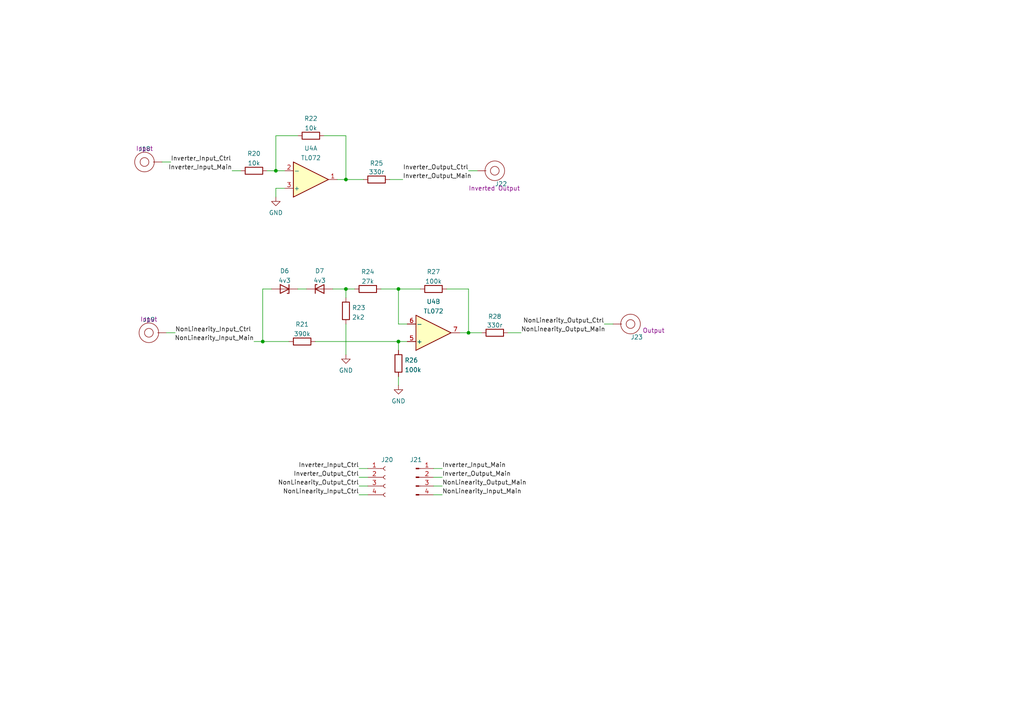
<source format=kicad_sch>
(kicad_sch (version 20211123) (generator eeschema)
  (paper "A4")
  (title_block (title "Variable Integrator and extras") (date "2022-07-25") (rev "r02") (comment 2 "creativecommons.org/Licenses/by/4.0/") (comment 3 "License: CC BY 4.0") (comment 4 "Author: Guy John"))
  (lib_symbols
    (symbol "Amplifier_Operational:TL072" (pin_names (offset 0.127))
      (property "Reference" "U" (at 0 5.08 0))
      (property "Value" "TL072" (at 0 -5.08 0))
      (symbol "TL072_1_1"
        (polyline (pts (xy -5.08 5.08) (xy 5.08 0) (xy -5.08 -5.08) (xy -5.08 5.08)) (stroke (width 0.254)) (fill (type background)))
        (pin output line (at 7.62 0 180) (length 2.54) (name "~") (number "1"))
        (pin input line (at -7.62 -2.54 0) (length 2.54) (name "-") (number "2"))
        (pin input line (at -7.62 2.54 0) (length 2.54) (name "+") (number "3"))
      )
      (symbol "TL072_2_1"
        (polyline (pts (xy -5.08 5.08) (xy 5.08 0) (xy -5.08 -5.08) (xy -5.08 5.08)) (stroke (width 0.254)) (fill (type background)))
        (pin input line (at -7.62 2.54 0) (length 2.54) (name "+") (number "5"))
        (pin input line (at -7.62 -2.54 0) (length 2.54) (name "-") (number "6"))
        (pin output line (at 7.62 0 180) (length 2.54) (name "~") (number "7"))
      )
      (symbol "TL072_3_1"
        (pin power_in line (at -2.54 -7.62 90) (length 3.81) (name "V-") (number "4"))
        (pin power_in line (at -2.54 7.62 270) (length 3.81) (name "V+") (number "8"))
      )
    )
    (symbol "BananaJacks:Banana Socket PanelMount" (pin_numbers hide) (pin_names (offset 1.016) hide)
      (property "Reference" "J" (at 0 3.81 0))
      (symbol "Banana Socket PanelMount_0_1"
        (circle (center 0 0) (radius 1.27))
        (circle (center 0 0) (radius 2.8448))
      )
      (symbol "Banana Socket PanelMount_1_1"
        (pin bidirectional line (at 5.08 0 180) (length 2.54) (name "~") (number "1"))
      )
    )
    (symbol "Connector:Conn_01x04_Female" (pin_names (offset 1.016) hide)
      (property "Reference" "J" (at 0 5.08 0))
      (property "Value" "Conn_01x04_Female" (at 0 -7.62 0))
      (symbol "Conn_01x04_Female_1_1"
        (arc (start 0 -4.572) (mid -0.508 -5.08) (end 0 -5.588) (stroke (width 0.1524)))
        (arc (start 0 -2.032) (mid -0.508 -2.54) (end 0 -3.048) (stroke (width 0.1524)))
        (polyline (pts (xy -1.27 -5.08) (xy -0.508 -5.08)) (stroke (width 0.1524)))
        (polyline (pts (xy -1.27 -2.54) (xy -0.508 -2.54)) (stroke (width 0.1524)))
        (polyline (pts (xy -1.27 0) (xy -0.508 0)) (stroke (width 0.1524)))
        (polyline (pts (xy -1.27 2.54) (xy -0.508 2.54)) (stroke (width 0.1524)))
        (arc (start 0 0.508) (mid -0.508 0) (end 0 -0.508) (stroke (width 0.1524)))
        (arc (start 0 3.048) (mid -0.508 2.54) (end 0 2.032) (stroke (width 0.1524)))
        (pin passive line (at -5.08 2.54 0) (length 3.81) (name "Pin_1") (number "1"))
        (pin passive line (at -5.08 0 0) (length 3.81) (name "Pin_2") (number "2"))
        (pin passive line (at -5.08 -2.54 0) (length 3.81) (name "Pin_3") (number "3"))
        (pin passive line (at -5.08 -5.08 0) (length 3.81) (name "Pin_4") (number "4"))
      )
    )
    (symbol "Connector:Conn_01x04_Male" (pin_names (offset 1.016) hide)
      (property "Reference" "J" (at 0 5.08 0))
      (property "Value" "Conn_01x04_Male" (at 0 -7.62 0))
      (symbol "Conn_01x04_Male_1_1"
        (polyline (pts (xy 1.27 -5.08) (xy 0.8636 -5.08)) (stroke (width 0.1524)))
        (polyline (pts (xy 1.27 -2.54) (xy 0.8636 -2.54)) (stroke (width 0.1524)))
        (polyline (pts (xy 1.27 0) (xy 0.8636 0)) (stroke (width 0.1524)))
        (polyline (pts (xy 1.27 2.54) (xy 0.8636 2.54)) (stroke (width 0.1524)))
        (rectangle (start 0.8636 -4.953) (end 0 -5.207) (stroke (width 0.1524)) (fill (type outline)))
        (rectangle (start 0.8636 -2.413) (end 0 -2.667) (stroke (width 0.1524)) (fill (type outline)))
        (rectangle (start 0.8636 0.127) (end 0 -0.127) (stroke (width 0.1524)) (fill (type outline)))
        (rectangle (start 0.8636 2.667) (end 0 2.413) (stroke (width 0.1524)) (fill (type outline)))
        (pin passive line (at 5.08 2.54 180) (length 3.81) (name "Pin_1") (number "1"))
        (pin passive line (at 5.08 0 180) (length 3.81) (name "Pin_2") (number "2"))
        (pin passive line (at 5.08 -2.54 180) (length 3.81) (name "Pin_3") (number "3"))
        (pin passive line (at 5.08 -5.08 180) (length 3.81) (name "Pin_4") (number "4"))
      )
    )
    (symbol "Device:D_Zener" (pin_numbers hide) (pin_names (offset 1.016) hide)
      (property "Reference" "D" (at 0 2.54 0))
      (property "Value" "D_Zener" (at 0 -2.54 0))
      (symbol "D_Zener_0_1"
        (polyline (pts (xy 1.27 0) (xy -1.27 0)))
        (polyline (pts (xy -1.27 -1.27) (xy -1.27 1.27) (xy -0.762 1.27)) (stroke (width 0.254)))
        (polyline (pts (xy 1.27 -1.27) (xy 1.27 1.27) (xy -1.27 0) (xy 1.27 -1.27)) (stroke (width 0.254)))
      )
      (symbol "D_Zener_1_1"
        (pin passive line (at -3.81 0 0) (length 2.54) (name "K") (number "1"))
        (pin passive line (at 3.81 0 180) (length 2.54) (name "A") (number "2"))
      )
    )
    (symbol "R_1" (pin_numbers hide) (pin_names (offset 0))
      (property "Reference" "R?" (at 0 0 90))
      (property "Value" "R_1" (at 0.635 1.905 90))
      (symbol "R_1_0_1"
        (rectangle (start 1.016 2.54) (end -1.016 -2.54) (stroke (width 0.254)))
      )
      (symbol "R_1_1_1"
        (pin passive line (at 0 -3.81 90) (length 1.27) (name "~") (number "1"))
        (pin passive line (at 0 3.81 270) (length 1.27) (name "~") (number "2"))
      )
    )
    (symbol "R_2" (pin_numbers hide) (pin_names (offset 0))
      (property "Reference" "R?" (at 0 0 90))
      (property "Value" "R_2" (at 0.635 1.905 90))
      (symbol "R_2_0_1"
        (rectangle (start 1.016 2.54) (end -1.016 -2.54) (stroke (width 0.254)))
      )
      (symbol "R_2_1_1"
        (pin passive line (at 0 -3.81 90) (length 1.27) (name "~") (number "1"))
        (pin passive line (at 0 3.81 270) (length 1.27) (name "~") (number "2"))
      )
    )
    (symbol "R_3" (pin_numbers hide) (pin_names (offset 0))
      (property "Reference" "R?" (at 0 0 90))
      (property "Value" "R_3" (at 0.635 1.905 90))
      (symbol "R_3_0_1"
        (rectangle (start 1.016 2.54) (end -1.016 -2.54) (stroke (width 0.254)))
      )
      (symbol "R_3_1_1"
        (pin passive line (at 0 -3.81 90) (length 1.27) (name "~") (number "1"))
        (pin passive line (at 0 3.81 270) (length 1.27) (name "~") (number "2"))
      )
    )
    (symbol "R_4" (pin_numbers hide) (pin_names (offset 0))
      (property "Reference" "R?" (at 0 0 90))
      (property "Value" "R_4" (at 0.635 1.905 90))
      (symbol "R_4_0_1"
        (rectangle (start 1.016 2.54) (end -1.016 -2.54) (stroke (width 0.254)))
      )
      (symbol "R_4_1_1"
        (pin passive line (at 0 -3.81 90) (length 1.27) (name "~") (number "1"))
        (pin passive line (at 0 3.81 270) (length 1.27) (name "~") (number "2"))
      )
    )
    (symbol "R_8" (pin_numbers hide) (pin_names (offset 0))
      (property "Reference" "R?" (at 0 0 90))
      (property "Value" "R_8" (at 0.635 1.905 90))
      (symbol "R_8_0_1"
        (rectangle (start 1.016 2.54) (end -1.016 -2.54) (stroke (width 0.254)))
      )
      (symbol "R_8_1_1"
        (pin passive line (at 0 -3.81 90) (length 1.27) (name "~") (number "1"))
        (pin passive line (at 0 3.81 270) (length 1.27) (name "~") (number "2"))
      )
    )
    (symbol "power:GND" (power) (pin_names (offset 0))
      (property "Value" "GND" (at 0 -3.81 0))
      (symbol "GND_0_1"
        (polyline (pts (xy 0 0) (xy 0 -1.27) (xy 1.27 -1.27) (xy 0 -2.54) (xy -1.27 -1.27) (xy 0 -1.27)))
      )
      (symbol "GND_1_1"
        (pin power_in line (at 0 0 270) (length 0) hide (name "GND") (number "1"))
      )
    )
    (symbol "rumblesan-standard-parts:R" (pin_numbers hide) (pin_names (offset 0))
      (property "Reference" "R?" (at 0 0 90))
      (property "Value" "R" (at 0.635 1.905 90))
      (symbol "R_0_1"
        (rectangle (start 1.016 2.54) (end -1.016 -2.54) (stroke (width 0.254)))
      )
      (symbol "R_1_1"
        (pin passive line (at 0 -3.81 90) (length 1.27) (name "~") (number "1"))
        (pin passive line (at 0 3.81 270) (length 1.27) (name "~") (number "2"))
      )
    )
  )
  (junction (at 80.01 49.53))
  (junction (at 115.57 99.06))
  (junction (at 100.33 83.82))
  (junction (at 100.33 52.07))
  (junction (at 135.89 96.52))
  (junction (at 115.57 83.82))
  (junction (at 76.2 99.06))
  (wire (pts (xy 115.57 83.82) (xy 121.92 83.82)))
  (wire (pts (xy 115.57 93.98) (xy 115.57 83.82)))
  (wire (pts (xy 125.73 140.97) (xy 128.27 140.97)))
  (wire (pts (xy 100.33 39.37) (xy 100.33 52.07)))
  (wire (pts (xy 48.26 96.52) (xy 50.8 96.52)))
  (wire (pts (xy 97.79 52.07) (xy 100.33 52.07)))
  (wire (pts (xy 100.33 52.07) (xy 105.41 52.07)))
  (wire (pts (xy 135.89 83.82) (xy 135.89 96.52)))
  (wire (pts (xy 113.03 52.07) (xy 116.84 52.07)))
  (wire (pts (xy 76.2 99.06) (xy 83.82 99.06)))
  (wire (pts (xy 104.14 140.97) (xy 106.68 140.97)))
  (wire (pts (xy 125.73 138.43) (xy 128.27 138.43)))
  (wire (pts (xy 93.98 39.37) (xy 100.33 39.37)))
  (wire (pts (xy 96.52 83.82) (xy 100.33 83.82)))
  (wire (pts (xy 104.14 143.51) (xy 106.68 143.51)))
  (wire (pts (xy 175.26 93.98) (xy 177.8 93.98)))
  (wire (pts (xy 80.01 49.53) (xy 82.55 49.53)))
  (wire (pts (xy 78.74 83.82) (xy 76.2 83.82)))
  (wire (pts (xy 110.49 83.82) (xy 115.57 83.82)))
  (wire (pts (xy 80.01 54.61) (xy 80.01 57.15)))
  (wire (pts (xy 104.14 135.89) (xy 106.68 135.89)))
  (wire (pts (xy 46.99 46.99) (xy 49.53 46.99)))
  (wire (pts (xy 129.54 83.82) (xy 135.89 83.82)))
  (wire (pts (xy 80.01 39.37) (xy 80.01 49.53)))
  (wire (pts (xy 135.89 49.53) (xy 138.43 49.53)))
  (wire (pts (xy 125.73 143.51) (xy 128.27 143.51)))
  (wire (pts (xy 86.36 83.82) (xy 88.9 83.82)))
  (wire (pts (xy 86.36 39.37) (xy 80.01 39.37)))
  (wire (pts (xy 125.73 135.89) (xy 128.27 135.89)))
  (wire (pts (xy 100.33 86.36) (xy 100.33 83.82)))
  (wire (pts (xy 82.55 54.61) (xy 80.01 54.61)))
  (wire (pts (xy 77.47 49.53) (xy 80.01 49.53)))
  (wire (pts (xy 115.57 101.6) (xy 115.57 99.06)))
  (wire (pts (xy 135.89 96.52) (xy 139.7 96.52)))
  (wire (pts (xy 135.89 96.52) (xy 133.35 96.52)))
  (wire (pts (xy 115.57 93.98) (xy 118.11 93.98)))
  (wire (pts (xy 73.66 99.06) (xy 76.2 99.06)))
  (wire (pts (xy 147.32 96.52) (xy 151.13 96.52)))
  (wire (pts (xy 115.57 109.22) (xy 115.57 111.76)))
  (wire (pts (xy 104.14 138.43) (xy 106.68 138.43)))
  (wire (pts (xy 100.33 93.98) (xy 100.33 102.87)))
  (wire (pts (xy 100.33 83.82) (xy 102.87 83.82)))
  (wire (pts (xy 115.57 99.06) (xy 118.11 99.06)))
  (wire (pts (xy 91.44 99.06) (xy 115.57 99.06)))
  (wire (pts (xy 76.2 83.82) (xy 76.2 99.06)))
  (wire (pts (xy 67.31 49.53) (xy 69.85 49.53)))
  (label "Inverter_Input_Main" (at 128.27 135.89 0))
  (label "NonLinearity_Input_Ctrl" (at 50.8 96.52 0))
  (label "Inverter_Output_Main" (at 128.27 138.43 0))
  (label "Inverter_Input_Ctrl" (at 104.14 135.89 180))
  (label "Inverter_Output_Ctrl" (at 135.89 49.53 180))
  (label "Inverter_Input_Main" (at 67.31 49.53 180))
  (label "NonLinearity_Input_Main" (at 73.66 99.06 180))
  (label "NonLinearity_Output_Ctrl" (at 104.14 140.97 180))
  (label "NonLinearity_Output_Ctrl" (at 175.26 93.98 180))
  (label "NonLinearity_Output_Main" (at 128.27 140.97 0))
  (label "Inverter_Input_Ctrl" (at 49.53 46.99 0))
  (label "NonLinearity_Output_Main" (at 151.13 96.52 0))
  (label "NonLinearity_Input_Ctrl" (at 104.14 143.51 180))
  (label "NonLinearity_Input_Main" (at 128.27 143.51 0))
  (label "Inverter_Output_Ctrl" (at 104.14 138.43 180))
  (label "Inverter_Output_Main" (at 116.84 52.07 0))
  (symbol (lib_id "BananaJacks:Banana Socket PanelMount") (at 41.91 46.99 0) (unit 1)
    (property "Reference" "J18" (at 41.91 43.18 0))
    (property "Value" "Banana Socket PanelMount" (effects hide))
    (property "Footprint" "rumblesan-standard-parts:BananaJack_THT_JohnsonCinch_108-09" (effects hide))
    (property "Vendor" "Mouser" (effects hide))
    (property "SKU" "108-0901-1" (effects hide))
    (property "Note" "Input" (at 41.91 43.0808 0))
  )
  (symbol (lib_id "rumblesan-standard-parts:R") (at 100.33 90.17 0) (unit 1)
    (property "Reference" "R23" (at 102.108 89.2615 0) (effects (justify left)))
    (property "Value" "2k2" (at 102.108 92.0366 0) (effects (justify left)))
    (property "Footprint" "rumblesan-standard-parts:R_Axial_DIN0207_L6.3mm_D2.5mm_P10.16mm_Horizontal" (effects hide))
    (property "Tolerance" "1%" (effects hide))
    (property "Power" "0.5W" (effects hide))
    (property "Spec" "metal film" (effects hide))
  )
  (symbol (lib_id "BananaJacks:Banana Socket PanelMount") (at 43.18 96.52 0) (unit 1)
    (property "Reference" "J19" (at 43.18 92.71 0))
    (property "Value" "Banana Socket PanelMount" (effects hide))
    (property "Footprint" "rumblesan-standard-parts:BananaJack_THT_JohnsonCinch_108-09" (effects hide))
    (property "Vendor" "Mouser" (effects hide))
    (property "SKU" "108-0901-1" (effects hide))
    (property "Note" "Input" (at 43.18 92.6108 0))
  )
  (symbol (lib_name "R_4") (lib_id "rumblesan-standard-parts:R") (at 73.66 49.53 90) (unit 1)
    (property "Reference" "R20" (at 73.66 44.5475 90))
    (property "Value" "10k" (at 73.66 47.3226 90))
    (property "Footprint" "rumblesan-standard-parts:R_Axial_DIN0207_L6.3mm_D2.5mm_P10.16mm_Horizontal" (effects hide))
    (property "Tolerance" "1%" (effects hide))
    (property "Power" "0.5W" (effects hide))
    (property "Spec" "metal film" (effects hide))
  )
  (symbol (lib_id "Device:D_Zener") (at 92.71 83.82 0) (unit 1)
    (property "Reference" "D7" (at 92.71 78.5835 0))
    (property "Value" "4v3" (at 92.71 81.3586 0))
    (property "Footprint" "rumblesan-standard-parts:D_DO-35_SOD27_P7.62mm_Horizontal" (effects hide))
  )
  (symbol (lib_id "power:GND") (at 80.01 57.15 0) (unit 1)
    (property "Reference" "#PWR034" (effects hide))
    (property "Value" "GND" (at 80.01 61.7125 0))
  )
  (symbol (lib_name "R_8") (lib_id "rumblesan-standard-parts:R") (at 109.22 52.07 90) (unit 1)
    (property "Reference" "R25" (at 109.22 47.3542 90))
    (property "Value" "330r" (at 109.22 49.8911 90))
    (property "Footprint" "rumblesan-standard-parts:R_Axial_DIN0207_L6.3mm_D2.5mm_P10.16mm_Horizontal" (effects hide))
    (property "Tolerance" "1%" (effects hide))
    (property "Power" "0.5W" (effects hide))
    (property "Spec" "metal film" (effects hide))
  )
  (symbol (lib_id "power:GND") (at 100.33 102.87 0) (unit 1)
    (property "Reference" "#PWR035" (effects hide))
    (property "Value" "GND" (at 100.33 107.4325 0))
  )
  (symbol (lib_id "Connector:Conn_01x04_Female") (at 111.76 138.43 0) (unit 1)
    (property "Reference" "J20" (at 110.49 133.35 0) (effects (justify left)))
    (property "Value" "Conn_01x04_Female" (effects hide))
    (property "Footprint" "Connector_PinSocket_2.54mm:PinSocket_1x04_P2.54mm_Vertical" (effects hide))
  )
  (symbol (lib_name "R_3") (lib_id "rumblesan-standard-parts:R") (at 106.68 83.82 90) (unit 1)
    (property "Reference" "R24" (at 106.68 78.8375 90))
    (property "Value" "27k" (at 106.68 81.6126 90))
    (property "Footprint" "rumblesan-standard-parts:R_Axial_DIN0207_L6.3mm_D2.5mm_P10.16mm_Horizontal" (effects hide))
    (property "Tolerance" "1%" (effects hide))
    (property "Power" "0.5W" (effects hide))
    (property "Spec" "metal film" (effects hide))
  )
  (symbol (lib_id "BananaJacks:Banana Socket PanelMount") (at 182.88 93.98 180) (unit 1)
    (property "Reference" "J23" (at 182.88 97.79 0) (effects (justify right)))
    (property "Value" "Banana Socket PanelMount" (effects hide))
    (property "Footprint" "rumblesan-standard-parts:BananaJack_THT_JohnsonCinch_108-09" (effects hide))
    (property "Vendor" "Mouser" (effects hide))
    (property "SKU" "108-0901-1" (effects hide))
    (property "Note" "Output" (at 186.3598 95.8466 0) (effects (justify right)))
  )
  (symbol (lib_id "Amplifier_Operational:TL072") (at 90.17 52.07 0) (mirror x) (unit 1)
    (property "Reference" "U4" (at 90.17 43.0235 0))
    (property "Value" "TL072" (at 90.17 45.7986 0))
    (property "Footprint" "rumblesan-standard-parts:DIP-8_W7.62mm_Socket" (effects hide))
    (property "Datasheet" "http://www.ti.com/lit/ds/symlink/tl071.pdf" (effects hide))
  )
  (symbol (lib_id "BananaJacks:Banana Socket PanelMount") (at 143.51 49.53 180) (unit 1)
    (property "Reference" "J22" (at 143.51 53.34 0) (effects (justify right)))
    (property "Value" "Banana Socket PanelMount" (effects hide))
    (property "Footprint" "rumblesan-standard-parts:BananaJack_THT_JohnsonCinch_108-09" (effects hide))
    (property "Vendor" "Mouser" (effects hide))
    (property "SKU" "108-0901-1" (effects hide))
    (property "Note" "Inverted Output" (at 135.89 54.61 0) (effects (justify right)))
  )
  (symbol (lib_id "Amplifier_Operational:TL072") (at 125.73 96.52 0) (mirror x) (unit 2)
    (property "Reference" "U4" (at 125.73 87.4735 0))
    (property "Value" "TL072" (at 125.73 90.2486 0))
    (property "Footprint" "rumblesan-standard-parts:DIP-8_W7.62mm_Socket" (effects hide))
    (property "Datasheet" "http://www.ti.com/lit/ds/symlink/tl071.pdf" (effects hide))
  )
  (symbol (lib_id "rumblesan-standard-parts:R") (at 87.63 99.06 270) (unit 1)
    (property "Reference" "R21" (at 87.63 94.0775 90))
    (property "Value" "390k" (at 87.63 96.8526 90))
    (property "Footprint" "rumblesan-standard-parts:R_Axial_DIN0207_L6.3mm_D2.5mm_P10.16mm_Horizontal" (effects hide))
    (property "Tolerance" "1%" (effects hide))
    (property "Power" "0.5W" (effects hide))
    (property "Spec" "metal film" (effects hide))
  )
  (symbol (lib_id "rumblesan-standard-parts:R") (at 143.51 96.52 90) (unit 1)
    (property "Reference" "R28" (at 143.51 91.8042 90))
    (property "Value" "330r" (at 143.51 94.3411 90))
    (property "Footprint" "rumblesan-standard-parts:R_Axial_DIN0207_L6.3mm_D2.5mm_P10.16mm_Horizontal" (effects hide))
    (property "Tolerance" "1%" (effects hide))
    (property "Power" "0.5W" (effects hide))
    (property "Spec" "metal film" (effects hide))
  )
  (symbol (lib_id "Connector:Conn_01x04_Male") (at 120.65 138.43 0) (unit 1)
    (property "Reference" "J21" (at 120.65 133.35 0))
    (property "Value" "Conn_01x04_Male" (effects hide))
    (property "Footprint" "Connector_PinHeader_2.54mm:PinHeader_1x04_P2.54mm_Vertical" (effects hide))
  )
  (symbol (lib_id "Device:D_Zener") (at 82.55 83.82 180) (unit 1)
    (property "Reference" "D6" (at 82.55 78.5835 0))
    (property "Value" "4v3" (at 82.55 81.3586 0))
    (property "Footprint" "rumblesan-standard-parts:D_DO-35_SOD27_P7.62mm_Horizontal" (effects hide))
  )
  (symbol (lib_name "R_1") (lib_id "rumblesan-standard-parts:R") (at 90.17 39.37 90) (unit 1)
    (property "Reference" "R22" (at 90.17 34.3875 90))
    (property "Value" "10k" (at 90.17 37.1626 90))
    (property "Footprint" "rumblesan-standard-parts:R_Axial_DIN0207_L6.3mm_D2.5mm_P10.16mm_Horizontal" (effects hide))
    (property "Tolerance" "1%" (effects hide))
    (property "Power" "0.5W" (effects hide))
    (property "Spec" "metal film" (effects hide))
  )
  (symbol (lib_id "power:GND") (at 115.57 111.76 0) (unit 1)
    (property "Reference" "#PWR036" (effects hide))
    (property "Value" "GND" (at 115.57 116.3225 0))
  )
  (symbol (lib_id "rumblesan-standard-parts:R") (at 115.57 105.41 0) (unit 1)
    (property "Reference" "R26" (at 117.348 104.5015 0) (effects (justify left)))
    (property "Value" "100k" (at 117.348 107.2766 0) (effects (justify left)))
    (property "Footprint" "rumblesan-standard-parts:R_Axial_DIN0207_L6.3mm_D2.5mm_P10.16mm_Horizontal" (effects hide))
    (property "Tolerance" "1%" (effects hide))
    (property "Power" "0.5W" (effects hide))
    (property "Spec" "metal film" (effects hide))
  )
  (symbol (lib_name "R_2") (lib_id "rumblesan-standard-parts:R") (at 125.73 83.82 90) (unit 1)
    (property "Reference" "R27" (at 125.73 78.8375 90))
    (property "Value" "100k" (at 125.73 81.6126 90))
    (property "Footprint" "rumblesan-standard-parts:R_Axial_DIN0207_L6.3mm_D2.5mm_P10.16mm_Horizontal" (effects hide))
    (property "Tolerance" "1%" (effects hide))
    (property "Power" "0.5W" (effects hide))
    (property "Spec" "metal film" (effects hide))
  )
)
</source>
